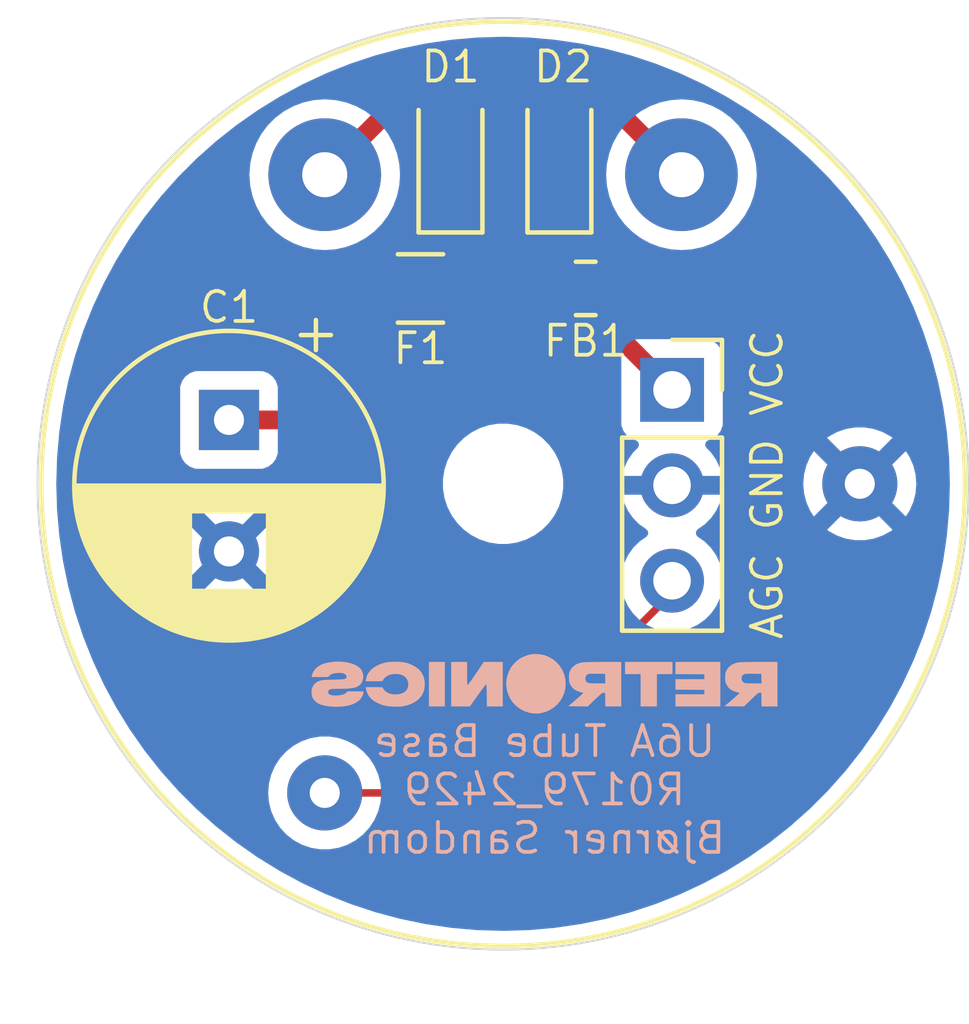
<source format=kicad_pcb>
(kicad_pcb (version 20240108) (generator "pcbnew") (generator_version "8.0")
  (layers (0 "F.Cu" signal) (31 "B.Cu" signal) (34 "B.Paste" user) (35 "F.Paste" user) (36 "B.SilkS" user "B.Silkscreen") (37 "F.SilkS" user "F.Silkscreen") (38 "B.Mask" user) (39 "F.Mask" user) (44 "Edge.Cuts" user))
  (net 0 "")
  (net 1 "AGC")
  (net 2 "H2")
  (net 3 "H1")
  (net 4 "GND")
  (net 5 "VCC")
  (net 6 "Net-(D1-K)")
  (net 7 "Net-(F1-Pad2)")
  (footprint "Retronics_Passives:CP_Radial_D8.0mm_P3.50mm_H21mm" (layer "F.Cu") (at 83.3 75.2 -90)
    (property "Reference" "C1" (at -3 0 0) (layer "F.SilkS") (effects (font (size 0.8 0.8) (thickness 0.1))))
    (property "Value" "1000µF 16V")
    (fp_line (start 2.471 1.04) (end 2.471 4.017) (stroke (width 0.12)) (layer "F.SilkS"))
    (fp_line (start 2.511 1.04) (end 2.511 4.01) (stroke (width 0.12)) (layer "F.SilkS"))
    (fp_line (start 2.551 1.04) (end 2.551 4.002) (stroke (width 0.12)) (layer "F.SilkS"))
    (fp_line (start 2.591 1.04) (end 2.591 3.994) (stroke (width 0.12)) (layer "F.SilkS"))
    (fp_line (start 2.631 1.04) (end 2.631 3.985) (stroke (width 0.12)) (layer "F.SilkS"))
    (fp_line (start 2.671 1.04) (end 2.671 3.976) (stroke (width 0.12)) (layer "F.SilkS"))
    (fp_line (start 2.711 1.04) (end 2.711 3.967) (stroke (width 0.12)) (layer "F.SilkS"))
    (fp_line (start 2.751 1.04) (end 2.751 3.957) (stroke (width 0.12)) (layer "F.SilkS"))
    (fp_line (start 2.791 1.04) (end 2.791 3.947) (stroke (width 0.12)) (layer "F.SilkS"))
    (fp_line (start 2.831 1.04) (end 2.831 3.936) (stroke (width 0.12)) (layer "F.SilkS"))
    (fp_line (start 2.871 1.04) (end 2.871 3.925) (stroke (width 0.12)) (layer "F.SilkS"))
    (fp_line (start 2.911 1.04) (end 2.911 3.914) (stroke (width 0.12)) (layer "F.SilkS"))
    (fp_line (start 2.951 1.04) (end 2.951 3.902) (stroke (width 0.12)) (layer "F.SilkS"))
    (fp_line (start 2.991 1.04) (end 2.991 3.889) (stroke (width 0.12)) (layer "F.SilkS"))
    (fp_line (start 3.031 1.04) (end 3.031 3.877) (stroke (width 0.12)) (layer "F.SilkS"))
    (fp_line (start 3.071 1.04) (end 3.071 3.863) (stroke (width 0.12)) (layer "F.SilkS"))
    (fp_line (start 3.111 1.04) (end 3.111 3.85) (stroke (width 0.12)) (layer "F.SilkS"))
    (fp_line (start 3.151 1.04) (end 3.151 3.835) (stroke (width 0.12)) (layer "F.SilkS"))
    (fp_line (start 3.191 1.04) (end 3.191 3.821) (stroke (width 0.12)) (layer "F.SilkS"))
    (fp_line (start 3.231 1.04) (end 3.231 3.805) (stroke (width 0.12)) (layer "F.SilkS"))
    (fp_line (start 3.271 1.04) (end 3.271 3.79) (stroke (width 0.12)) (layer "F.SilkS"))
    (fp_line (start 3.311 1.04) (end 3.311 3.774) (stroke (width 0.12)) (layer "F.SilkS"))
    (fp_line (start 3.351 1.04) (end 3.351 3.757) (stroke (width 0.12)) (layer "F.SilkS"))
    (fp_line (start 3.391 1.04) (end 3.391 3.74) (stroke (width 0.12)) (layer "F.SilkS"))
    (fp_line (start 3.431 1.04) (end 3.431 3.722) (stroke (width 0.12)) (layer "F.SilkS"))
    (fp_line (start 3.471 1.04) (end 3.471 3.704) (stroke (width 0.12)) (layer "F.SilkS"))
    (fp_line (start 3.511 1.04) (end 3.511 3.686) (stroke (width 0.12)) (layer "F.SilkS"))
    (fp_line (start 3.551 1.04) (end 3.551 3.666) (stroke (width 0.12)) (layer "F.SilkS"))
    (fp_line (start 3.591 1.04) (end 3.591 3.647) (stroke (width 0.12)) (layer "F.SilkS"))
    (fp_line (start 3.631 1.04) (end 3.631 3.627) (stroke (width 0.12)) (layer "F.SilkS"))
    (fp_line (start 3.671 1.04) (end 3.671 3.606) (stroke (width 0.12)) (layer "F.SilkS"))
    (fp_line (start 3.711 1.04) (end 3.711 3.584) (stroke (width 0.12)) (layer "F.SilkS"))
    (fp_line (start 3.751 1.04) (end 3.751 3.562) (stroke (width 0.12)) (layer "F.SilkS"))
    (fp_line (start 3.791 1.04) (end 3.791 3.54) (stroke (width 0.12)) (layer "F.SilkS"))
    (fp_line (start 3.831 1.04) (end 3.831 3.517) (stroke (width 0.12)) (layer "F.SilkS"))
    (fp_line (start 3.871 1.04) (end 3.871 3.493) (stroke (width 0.12)) (layer "F.SilkS"))
    (fp_line (start 3.911 1.04) (end 3.911 3.469) (stroke (width 0.12)) (layer "F.SilkS"))
    (fp_line (start 3.951 1.04) (end 3.951 3.444) (stroke (width 0.12)) (layer "F.SilkS"))
    (fp_line (start 3.991 1.04) (end 3.991 3.418) (stroke (width 0.12)) (layer "F.SilkS"))
    (fp_line (start 4.031 1.04) (end 4.031 3.392) (stroke (width 0.12)) (layer "F.SilkS"))
    (fp_line (start 4.071 1.04) (end 4.071 3.365) (stroke (width 0.12)) (layer "F.SilkS"))
    (fp_line (start 4.111 1.04) (end 4.111 3.338) (stroke (width 0.12)) (layer "F.SilkS"))
    (fp_line (start 4.151 1.04) (end 4.151 3.309) (stroke (width 0.12)) (layer "F.SilkS"))
    (fp_line (start 4.191 1.04) (end 4.191 3.28) (stroke (width 0.12)) (layer "F.SilkS"))
    (fp_line (start 4.231 1.04) (end 4.231 3.25) (stroke (width 0.12)) (layer "F.SilkS"))
    (fp_line (start 4.271 1.04) (end 4.271 3.22) (stroke (width 0.12)) (layer "F.SilkS"))
    (fp_line (start 4.311 1.04) (end 4.311 3.189) (stroke (width 0.12)) (layer "F.SilkS"))
    (fp_line (start 4.351 1.04) (end 4.351 3.156) (stroke (width 0.12)) (layer "F.SilkS"))
    (fp_line (start 4.391 1.04) (end 4.391 3.124) (stroke (width 0.12)) (layer "F.SilkS"))
    (fp_line (start 4.431 1.04) (end 4.431 3.09) (stroke (width 0.12)) (layer "F.SilkS"))
    (fp_line (start 4.471 1.04) (end 4.471 3.055) (stroke (width 0.12)) (layer "F.SilkS"))
    (fp_line (start 4.511 1.04) (end 4.511 3.019) (stroke (width 0.12)) (layer "F.SilkS"))
    (fp_line (start 5.831 -0.533) (end 5.831 0.533) (stroke (width 0.12)) (layer "F.SilkS"))
    (fp_line (start 5.791 -0.768) (end 5.791 0.768) (stroke (width 0.12)) (layer "F.SilkS"))
    (fp_line (start 5.751 -0.948) (end 5.751 0.948) (stroke (width 0.12)) (layer "F.SilkS"))
    (fp_line (start 5.711 -1.098) (end 5.711 1.098) (stroke (width 0.12)) (layer "F.SilkS"))
    (fp_line (start 5.671 -1.229) (end 5.671 1.229) (stroke (width 0.12)) (layer "F.SilkS"))
    (fp_line (start 5.631 -1.346) (end 5.631 1.346) (stroke (width 0.12)) (layer "F.SilkS"))
    (fp_line (start 5.591 -1.453) (end 5.591 1.453) (stroke (width 0.12)) (layer "F.SilkS"))
    (fp_line (start 5.551 -1.552) (end 5.551 1.552) (stroke (width 0.12)) (layer "F.SilkS"))
    (fp_line (start 5.511 -1.645) (end 5.511 1.645) (stroke (width 0.12)) (layer "F.SilkS"))
    (fp_line (start 5.471 -1.731) (end 5.471 1.731) (stroke (width 0.12)) (layer "F.SilkS"))
    (fp_line (start 5.431 -1.813) (end 5.431 1.813) (stroke (width 0.12)) (layer "F.SilkS"))
    (fp_line (start 5.391 -1.89) (end 5.391 1.89) (stroke (width 0.12)) (layer "F.SilkS"))
    (fp_line (start 5.351 -1.964) (end 5.351 1.964) (stroke (width 0.12)) (layer "F.SilkS"))
    (fp_line (start 5.311 -2.034) (end 5.311 2.034) (stroke (width 0.12)) (layer "F.SilkS"))
    (fp_line (start 5.271 -2.102) (end 5.271 2.102) (stroke (width 0.12)) (layer "F.SilkS"))
    (fp_line (start 5.231 -2.166) (end 5.231 2.166) (stroke (width 0.12)) (layer "F.SilkS"))
    (fp_line (start 5.191 -2.228) (end 5.191 2.228) (stroke (width 0.12)) (layer "F.SilkS"))
    (fp_line (start 5.151 -2.287) (end 5.151 2.287) (stroke (width 0.12)) (layer "F.SilkS"))
    (fp_line (start -2.659698 -2.315) (end -1.859698 -2.315) (stroke (width 0.12)) (layer "F.SilkS"))
    (fp_line (start 5.111 -2.345) (end 5.111 2.345) (stroke (width 0.12)) (layer "F.SilkS"))
    (fp_line (start 5.071 -2.4) (end 5.071 2.4) (stroke (width 0.12)) (layer "F.SilkS"))
    (fp_line (start 5.031 -2.454) (end 5.031 2.454) (stroke (width 0.12)) (layer "F.SilkS"))
    (fp_line (start 4.991 -2.505) (end 4.991 2.505) (stroke (width 0.12)) (layer "F.SilkS"))
    (fp_line (start 4.951 -2.556) (end 4.951 2.556) (stroke (width 0.12)) (layer "F.SilkS"))
    (fp_line (start 4.911 -2.604) (end 4.911 2.604) (stroke (width 0.12)) (layer "F.SilkS"))
    (fp_line (start 4.871 -2.651) (end 4.871 2.651) (stroke (width 0.12)) (layer "F.SilkS"))
    (fp_line (start 4.831 -2.697) (end 4.831 2.697) (stroke (width 0.12)) (layer "F.SilkS"))
    (fp_line (start -2.259698 -2.715) (end -2.259698 -1.915) (stroke (width 0.12)) (layer "F.SilkS"))
    (fp_line (start 4.791 -2.741) (end 4.791 2.741) (stroke (width 0.12)) (layer "F.SilkS"))
    (fp_line (start 4.751 -2.784) (end 4.751 2.784) (stroke (width 0.12)) (layer "F.SilkS"))
    (fp_line (start 4.711 -2.826) (end 4.711 2.826) (stroke (width 0.12)) (layer "F.SilkS"))
    (fp_line (start 4.671 -2.867) (end 4.671 2.867) (stroke (width 0.12)) (layer "F.SilkS"))
    (fp_line (start 4.631 -2.907) (end 4.631 2.907) (stroke (width 0.12)) (layer "F.SilkS"))
    (fp_line (start 4.591 -2.945) (end 4.591 2.945) (stroke (width 0.12)) (layer "F.SilkS"))
    (fp_line (start 4.551 -2.983) (end 4.551 2.983) (stroke (width 0.12)) (layer "F.SilkS"))
    (fp_line (start 4.511 -3.019) (end 4.511 -1.04) (stroke (width 0.12)) (layer "F.SilkS"))
    (fp_line (start 4.471 -3.055) (end 4.471 -1.04) (stroke (width 0.12)) (layer "F.SilkS"))
    (fp_line (start 4.431 -3.09) (end 4.431 -1.04) (stroke (width 0.12)) (layer "F.SilkS"))
    (fp_line (start 4.391 -3.124) (end 4.391 -1.04) (stroke (width 0.12)) (layer "F.SilkS"))
    (fp_line (start 4.351 -3.156) (end 4.351 -1.04) (stroke (width 0.12)) (layer "F.SilkS"))
    (fp_line (start 4.311 -3.189) (end 4.311 -1.04) (stroke (width 0.12)) (layer "F.SilkS"))
    (fp_line (start 4.271 -3.22) (end 4.271 -1.04) (stroke (width 0.12)) (layer "F.SilkS"))
    (fp_line (start 4.231 -3.25) (end 4.231 -1.04) (stroke (width 0.12)) (layer "F.SilkS"))
    (fp_line (start 4.191 -3.28) (end 4.191 -1.04) (stroke (width 0.12)) (layer "F.SilkS"))
    (fp_line (start 4.151 -3.309) (end 4.151 -1.04) (stroke (width 0.12)) (layer "F.SilkS"))
    (fp_line (start 4.111 -3.338) (end 4.111 -1.04) (stroke (width 0.12)) (layer "F.SilkS"))
    (fp_line (start 4.071 -3.365) (end 4.071 -1.04) (stroke (width 0.12)) (layer "F.SilkS"))
    (fp_line (start 4.031 -3.392) (end 4.031 -1.04) (stroke (width 0.12)) (layer "F.SilkS"))
    (fp_line (start 3.991 -3.418) (end 3.991 -1.04) (stroke (width 0.12)) (layer "F.SilkS"))
    (fp_line (start 3.951 -3.444) (end 3.951 -1.04) (stroke (width 0.12)) (layer "F.SilkS"))
    (fp_line (start 3.911 -3.469) (end 3.911 -1.04) (stroke (width 0.12)) (layer "F.SilkS"))
    (fp_line (start 3.871 -3.493) (end 3.871 -1.04) (stroke (width 0.12)) (layer "F.SilkS"))
    (fp_line (start 3.831 -3.517) (end 3.831 -1.04) (stroke (width 0.12)) (layer "F.SilkS"))
    (fp_line (start 3.791 -3.54) (end 3.791 -1.04) (stroke (width 0.12)) (layer "F.SilkS"))
    (fp_line (start 3.751 -3.562) (end 3.751 -1.04) (stroke (width 0.12)) (layer "F.SilkS"))
    (fp_line (start 3.711 -3.584) (end 3.711 -1.04) (stroke (width 0.12)) (layer "F.SilkS"))
    (fp_line (start 3.671 -3.606) (end 3.671 -1.04) (stroke (width 0.12)) (layer "F.SilkS"))
    (fp_line (start 3.631 -3.627) (end 3.631 -1.04) (stroke (width 0.12)) (layer "F.SilkS"))
    (fp_line (start 3.591 -3.647) (end 3.591 -1.04) (stroke (width 0.12)) (layer "F.SilkS"))
    (fp_line (start 3.551 -3.666) (end 3.551 -1.04) (stroke (width 0.12)) (layer "F.SilkS"))
    (fp_line (start 3.511 -3.686) (end 3.511 -1.04) (stroke (width 0.12)) (layer "F.SilkS"))
    (fp_line (start 3.471 -3.704) (end 3.471 -1.04) (stroke (width 0.12)) (layer "F.SilkS"))
    (fp_line (start 3.431 -3.722) (end 3.431 -1.04) (stroke (width 0.12)) (layer "F.SilkS"))
    (fp_line (start 3.391 -3.74) (end 3.391 -1.04) (stroke (width 0.12)) (layer "F.SilkS"))
    (fp_line (start 3.351 -3.757) (end 3.351 -1.04) (stroke (width 0.12)) (layer "F.SilkS"))
    (fp_line (start 3.311 -3.774) (end 3.311 -1.04) (stroke (width 0.12)) (layer "F.SilkS"))
    (fp_line (start 3.271 -3.79) (end 3.271 -1.04) (stroke (width 0.12)) (layer "F.SilkS"))
    (fp_line (start 3.231 -3.805) (end 3.231 -1.04) (stroke (width 0.12)) (layer "F.SilkS"))
    (fp_line (start 3.191 -3.821) (end 3.191 -1.04) (stroke (width 0.12)) (layer "F.SilkS"))
    (fp_line (start 3.151 -3.835) (end 3.151 -1.04) (stroke (width 0.12)) (layer "F.SilkS"))
    (fp_line (start 3.111 -3.85) (end 3.111 -1.04) (stroke (width 0.12)) (layer "F.SilkS"))
    (fp_line (start 3.071 -3.863) (end 3.071 -1.04) (stroke (width 0.12)) (layer "F.SilkS"))
    (fp_line (start 3.031 -3.877) (end 3.031 -1.04) (stroke (width 0.12)) (layer "F.SilkS"))
    (fp_line (start 2.991 -3.889) (end 2.991 -1.04) (stroke (width 0.12)) (layer "F.SilkS"))
    (fp_line (start 2.951 -3.902) (end 2.951 -1.04) (stroke (width 0.12)) (layer "F.SilkS"))
    (fp_line (start 2.911 -3.914) (end 2.911 -1.04) (stroke (width 0.12)) (layer "F.SilkS"))
    (fp_line (start 2.871 -3.925) (end 2.871 -1.04) (stroke (width 0.12)) (layer "F.SilkS"))
    (fp_line (start 2.831 -3.936) (end 2.831 -1.04) (stroke (width 0.12)) (layer "F.SilkS"))
    (fp_line (start 2.791 -3.947) (end 2.791 -1.04) (stroke (width 0.12)) (layer "F.SilkS"))
    (fp_line (start 2.751 -3.957) (end 2.751 -1.04) (stroke (width 0.12)) (layer "F.SilkS"))
    (fp_line (start 2.711 -3.967) (end 2.711 -1.04) (stroke (width 0.12)) (layer "F.SilkS"))
    (fp_line (start 2.671 -3.976) (end 2.671 -1.04) (stroke (width 0.12)) (layer "F.SilkS"))
    (fp_line (start 2.631 -3.985) (end 2.631 -1.04) (stroke (width 0.12)) (layer "F.SilkS"))
    (fp_line (start 2.591 -3.994) (end 2.591 -1.04) (stroke (width 0.12)) (layer "F.SilkS"))
    (fp_line (start 2.551 -4.002) (end 2.551 -1.04) (stroke (width 0.12)) (layer "F.SilkS"))
    (fp_line (start 2.511 -4.01) (end 2.511 -1.04) (stroke (width 0.12)) (layer "F.SilkS"))
    (fp_line (start 2.471 -4.017) (end 2.471 -1.04) (stroke (width 0.12)) (layer "F.SilkS"))
    (fp_line (start 2.43 -4.024) (end 2.43 4.024) (stroke (width 0.12)) (layer "F.SilkS"))
    (fp_line (start 2.39 -4.03) (end 2.39 4.03) (stroke (width 0.12)) (layer "F.SilkS"))
    (fp_line (start 2.35 -4.037) (end 2.35 4.037) (stroke (width 0.12)) (layer "F.SilkS"))
    (fp_line (start 2.31 -4.042) (end 2.31 4.042) (stroke (width 0.12)) (layer "F.SilkS"))
    (fp_line (start 2.27 -4.048) (end 2.27 4.048) (stroke (width 0.12)) (layer "F.SilkS"))
    (fp_line (start 2.23 -4.052) (end 2.23 4.052) (stroke (width 0.12)) (layer "F.SilkS"))
    (fp_line (start 2.19 -4.057) (end 2.19 4.057) (stroke (width 0.12)) (layer "F.SilkS"))
    (fp_line (start 2.15 -4.061) (end 2.15 4.061) (stroke (width 0.12)) (layer "F.SilkS"))
    (fp_line (start 2.11 -4.065) (end 2.11 4.065) (stroke (width 0.12)) (layer "F.SilkS"))
    (fp_line (start 2.07 -4.068) (end 2.07 4.068) (stroke (width 0.12)) (layer "F.SilkS"))
    (fp_line (start 2.03 -4.071) (end 2.03 4.071) (stroke (width 0.12)) (layer "F.SilkS"))
    (fp_line (start 1.99 -4.074) (end 1.99 4.074) (stroke (width 0.12)) (layer "F.SilkS"))
    (fp_line (start 1.95 -4.076) (end 1.95 4.076) (stroke (width 0.12)) (layer "F.SilkS"))
    (fp_line (start 1.91 -4.077) (end 1.91 4.077) (stroke (width 0.12)) (layer "F.SilkS"))
    (fp_line (start 1.87 -4.079) (end 1.87 4.079) (stroke (width 0.12)) (layer "F.SilkS"))
    (fp_line (start 1.75 -4.08) (end 1.75 4.08) (stroke (width 0.12)) (layer "F.SilkS"))
    (fp_line (start 1.79 -4.08) (end 1.79 4.08) (stroke (width 0.12)) (layer "F.SilkS"))
    (fp_line (start 1.83 -4.08) (end 1.83 4.08) (stroke (width 0.12)) (layer "F.SilkS"))
    (fp_circle (center 1.75 0) (end 5.87 0) (stroke (width 0.12)) (fill none) (layer "F.SilkS"))
    (pad "1" thru_hole rect (at 0 0 270) (size 1.6 1.6) (drill 0.8) (layers "*.Cu" "*.Mask") (net 5 "VCC"))
    (pad "2" thru_hole circle (at 3.5 0 270) (size 1.6 1.6) (drill 0.8) (layers "*.Cu" "*.Mask") (net 4 "GND"))
  )
  (footprint "Retronics_Connectors:U6A_Base" (layer "F.Cu") (at 90.6 76.9)
    (property "Reference" "J1" (hide yes))
    (property "Value" "U6A Base")
    (fp_circle (center 0 0) (end 12.3 0) (stroke (width 0.12)) (fill none) (layer "F.SilkS"))
    (pad "1" thru_hole circle (at -4.749999 -8.227241) (size 3 3) (drill 1.2) (layers "*.Cu" "*.Mask") (net 3 "H1"))
    (pad "3" thru_hole oval (at -4.749999 8.227241) (size 2 2) (drill 0.8) (layers "*.Cu" "*.Mask") (net 1 "AGC"))
    (pad "5" thru_hole oval (at 9.5 0) (size 2 2) (drill 0.8) (layers "*.Cu" "*.Mask") (net 4 "GND"))
    (pad "6" thru_hole circle (at 4.75 -8.227241) (size 3 3) (drill 1.2) (layers "*.Cu" "*.Mask") (net 2 "H2"))
  )
  (footprint "Retronics_Discrete:D_SOD-323_HandSoldering" (layer "F.Cu") (at 92.1 68.2 90)
    (property "Reference" "D2" (at 2.4 0.1 0) (layer "F.SilkS") (effects (font (size 0.8 0.8) (thickness 0.1))))
    (property "Value" "1N5819WS")
    (fp_line (start -2.01 -0.85) (end 1.25 -0.85) (stroke (width 0.12)) (layer "F.SilkS"))
    (fp_line (start -2.01 -0.85) (end -2.01 0.85) (stroke (width 0.12)) (layer "F.SilkS"))
    (fp_line (start -2.01 0.85) (end 1.25 0.85) (stroke (width 0.12)) (layer "F.SilkS"))
    (pad "1" smd roundrect (at -1.25 0 90) (size 1 1) (layers "F.Cu" "F.Paste" "F.Mask") (net 6 "Net-(D1-K)"))
    (pad "2" smd roundrect (at 1.25 0 90) (size 1 1) (layers "F.Cu" "F.Paste" "F.Mask") (net 2 "H2"))
  )
  (footprint "Retronics_Discrete:D_SOD-323_HandSoldering" (layer "F.Cu") (at 89.2 68.2 90)
    (property "Reference" "D1" (at 2.4 0 0) (layer "F.SilkS") (effects (font (size 0.8 0.8) (thickness 0.1))))
    (property "Value" "1N5819WS")
    (fp_line (start -2.01 -0.85) (end 1.25 -0.85) (stroke (width 0.12)) (layer "F.SilkS"))
    (fp_line (start -2.01 -0.85) (end -2.01 0.85) (stroke (width 0.12)) (layer "F.SilkS"))
    (fp_line (start -2.01 0.85) (end 1.25 0.85) (stroke (width 0.12)) (layer "F.SilkS"))
    (pad "1" smd roundrect (at -1.25 0 90) (size 1 1) (layers "F.Cu" "F.Paste" "F.Mask") (net 6 "Net-(D1-K)"))
    (pad "2" smd roundrect (at 1.25 0 90) (size 1 1) (layers "F.Cu" "F.Paste" "F.Mask") (net 3 "H1"))
  )
  (footprint "Retronics_Passives:Fuse_1206_3216Metric" (layer "F.Cu") (at 88.4 71.7)
    (property "Reference" "F1" (at 0 1.6 180) (layer "F.SilkS") (effects (font (size 0.8 0.8) (thickness 0.1))))
    (property "Value" "T1A")
    (fp_line (start -0.602064 -0.91) (end 0.602064 -0.91) (stroke (width 0.12)) (layer "F.SilkS"))
    (fp_line (start -0.602064 0.91) (end 0.602064 0.91) (stroke (width 0.12)) (layer "F.SilkS"))
    (pad "1" smd roundrect (at -1.4 0) (size 1.25 1.75) (layers "F.Cu" "F.Paste" "F.Mask") (roundrect_rratio 0.2) (net 6 "Net-(D1-K)"))
    (pad "2" smd roundrect (at 1.4 0) (size 1.25 1.75) (layers "F.Cu" "F.Paste" "F.Mask") (roundrect_rratio 0.2) (net 7 "Net-(F1-Pad2)"))
  )
  (footprint "Retronics_Passives:L_0805_2012Metric_Pad1.15x1.40mm_HandSolder" (layer "F.Cu") (at 92.8 71.7)
    (property "Reference" "FB1" (at 0 1.4 0) (layer "F.SilkS") (effects (font (size 0.8 0.8) (thickness 0.1))))
    (property "Value" "330Ω@100MHz")
    (fp_line (start -0.261252 -0.71) (end 0.261252 -0.71) (stroke (width 0.12)) (layer "F.SilkS"))
    (fp_line (start -0.261252 0.71) (end 0.261252 0.71) (stroke (width 0.12)) (layer "F.SilkS"))
    (pad "1" smd roundrect (at -1.025 0) (size 1.15 1.4) (layers "F.Cu" "F.Paste" "F.Mask") (roundrect_rratio 0.217391) (net 7 "Net-(F1-Pad2)"))
    (pad "2" smd roundrect (at 1.025 0) (size 1.15 1.4) (layers "F.Cu" "F.Paste" "F.Mask") (roundrect_rratio 0.217391) (net 5 "VCC"))
  )
  (footprint "Retronics_Connectors:PinSocket_1x03_P2.54mm_Vertical" (layer "F.Cu") (at 95.1 74.4)
    (property "Reference" "J2" (hide yes))
    (property "Value" "Pin header")
    (fp_line (start -1.33 1.27) (end -1.33 6.41) (stroke (width 0.12)) (layer "F.SilkS"))
    (fp_line (start -1.33 1.27) (end 1.33 1.27) (stroke (width 0.12)) (layer "F.SilkS"))
    (fp_line (start -1.33 6.41) (end 1.33 6.41) (stroke (width 0.12)) (layer "F.SilkS"))
    (fp_line (start 0 -1.33) (end 1.33 -1.33) (stroke (width 0.12)) (layer "F.SilkS"))
    (fp_line (start 1.33 -1.33) (end 1.33 0) (stroke (width 0.12)) (layer "F.SilkS"))
    (fp_line (start 1.33 1.27) (end 1.33 6.41) (stroke (width 0.12)) (layer "F.SilkS"))
    (pad "1" thru_hole rect (at 0 0) (size 1.7 1.7) (drill 1) (layers "*.Cu" "*.Mask") (net 5 "VCC"))
    (pad "2" thru_hole oval (at 0 2.54) (size 1.7 1.7) (drill 1) (layers "*.Cu" "*.Mask") (net 4 "GND"))
    (pad "3" thru_hole oval (at 0 5.08) (size 1.7 1.7) (drill 1) (layers "*.Cu" "*.Mask") (net 1 "AGC"))
  )
  (footprint "MountingHole:MountingHole_2.7mm_M2.5" (layer "F.Cu") (at 90.6 76.9)
    (property "Reference" "H1" (hide yes))
    (property "Value" "MountingHole")
    (pad "" np_thru_hole circle (at 0 0) (size 2.7 2.7) (drill 2.7) (layers "*.Cu" "*.Mask"))
  )
  (footprint "Icons_Graphics:retronics_logo_14mm" (layer "B.Cu") (at 91.7 82.2 180)
    (property "Reference" "G***" (hide yes))
    (property "Value" "LOGO" (hide yes))
    (fp_poly (pts (xy 3.075737 -0.626332) (xy 2.650726 -0.626332) (xy 2.650726 0.559225) (xy 3.075737 0.559225)) (fill solid) (layer "B.SilkS"))
    (fp_poly (pts (xy -2.147424 0.234875) (xy -2.561251 0.234875) (xy -2.561251 -0.626332) (xy -2.997446 -0.626332) (xy -2.997446 0.234875) (xy -3.411273 0.234875) (xy -3.411273 0.559225) (xy -2.147424 0.559225)) (fill solid) (layer "B.SilkS"))
    (fp_poly (pts (xy -3.489564 0.235169) (xy -3.872634 0.232226) (xy -4.255703 0.229283) (xy -4.262411 0.100661) (xy -3.489564 0.100661) (xy -3.489564 -0.178658) (xy -3.872634 -0.181601) (xy -4.255703 -0.184544) (xy -4.259083 -0.243262) (xy -4.262464 -0.301981) (xy -3.489564 -0.301981) (xy -3.489564 -0.626332) (xy -4.686306 -0.626332) (xy -4.686306 0.559225) (xy -3.489564 0.559225)) (fill solid) (layer "B.SilkS"))
    (fp_poly (pts (xy 2.482959 -0.626332) (xy 2.234104 -0.626061) (xy 1.985248 -0.62579) (xy 1.773232 -0.329508) (xy 1.72178 -0.258205) (xy 1.674126 -0.193305) (xy 1.631884 -0.13692) (xy 1.596672 -0.091163) (xy 1.570106 -0.058147) (xy 1.553801 -0.039984) (xy 1.549542 -0.037113) (xy 1.545434 -0.049662) (xy 1.54191 -0.084007) (xy 1.538998 -0.139585) (xy 1.536727 -0.21583) (xy 1.535123 -0.312177) (xy 1.534887 -0.333665) (xy 1.531905 -0.626332) (xy 1.107265 -0.626332) (xy 1.107265 0.559225) (xy 1.361713 0.558961) (xy 1.61616 0.558696) (xy 1.823073 0.25158) (xy 1.873029 0.178031) (xy 1.919479 0.110788) (xy 1.96086 0.052026) (xy 1.995609 0.003919) (xy 2.022161 -0.031356) (xy 2.038955 -0.051626) (xy 2.043967 -0.055729) (xy 2.048295 -0.050927) (xy 2.051697 -0.035077) (xy 2.054261 -0.00621) (xy 2.056078 0.037641) (xy 2.057236 0.098443) (xy 2.057825 0.178166) (xy 2.057948 0.251652) (xy 2.057948 0.559225) (xy 2.482959 0.559225)) (fill solid) (layer "B.SilkS"))
    (fp_poly (pts (xy 0.308238 0.767339) (xy 0.386893 0.755606) (xy 0.437524 0.741689) (xy 0.497781 0.72075) (xy 0.55762 0.696408) (xy 0.581049 0.685638) (xy 0.632714 0.659367) (xy 0.674606 0.633782) (xy 0.713581 0.603884) (xy 0.756495 0.564672) (xy 0.783822 0.537763) (xy 0.830169 0.48985) (xy 0.864494 0.449592) (xy 0.891795 0.410132) (xy 0.917074 0.364614) (xy 0.931696 0.334991) (xy 0.975414 0.231291) (xy 1.002701 0.133519) (xy 1.015112 0.034302) (xy 1.014965 -0.060004) (xy 0.997762 -0.19148) (xy 0.960581 -0.315089) (xy 0.904933 -0.429092) (xy 0.832332 -0.531748) (xy 0.74429 -0.621315) (xy 0.642318 -0.696053) (xy 0.527929 -0.75422) (xy 0.402635 -0.794077) (xy 0.37161 -0.800629) (xy 0.306832 -0.809678) (xy 0.235839 -0.814219) (xy 0.16791 -0.813969) (xy 0.112323 -0.808645) (xy 0.111845 -0.808563) (xy -0.021371 -0.774817) (xy -0.143963 -0.722282) (xy -0.254434 -0.652049) (xy -0.351285 -0.56521) (xy -0.433015 -0.462855) (xy -0.484725 -0.374111) (xy -0.53325 -0.253816) (xy -0.5608 -0.130999) (xy -0.56828 -0.007801) (xy -0.556592 0.113639) (xy -0.526641 0.231183) (xy -0.479329 0.34269) (xy -0.41556 0.446022) (xy -0.336238 0.539038) (xy -0.242266 0.619599) (xy -0.134548 0.685567) (xy -0.016777 0.733911) (xy 0.086992 0.758553) (xy 0.198263 0.769854)) (fill solid) (layer "B.SilkS"))
    (fp_poly (pts (xy -1.563034 0.559141) (xy -1.449663 0.558846) (xy -1.343774 0.558036) (xy -1.247766 0.556761) (xy -1.164041 0.555072) (xy -1.095 0.553018) (xy -1.043043 0.55065) (xy -1.01057 0.54802) (xy -1.006605 0.547463) (xy -0.908404 0.522415) (xy -0.823368 0.481263) (xy -0.753127 0.42513) (xy -0.699314 0.355138) (xy -0.683595 0.325318) (xy -0.669962 0.293602) (xy -0.661309 0.264295) (xy -0.656546 0.230697) (xy -0.654584 0.186105) (xy -0.654294 0.145134) (xy -0.65477 0.090742) (xy -0.657081 0.051801) (xy -0.662546 0.021399) (xy -0.672486 -0.007377) (xy -0.688221 -0.041438) (xy -0.691034 -0.047168) (xy -0.737563 -0.119645) (xy -0.798662 -0.17659) (xy -0.875614 -0.218936) (xy -0.965174 -0.246629) (xy -1.000495 -0.255423) (xy -1.025772 -0.263492) (xy -1.034345 -0.268068) (xy -1.027439 -0.276978) (xy -1.005714 -0.298221) (xy -0.971456 -0.32972) (xy -0.926954 -0.369395) (xy -0.874495 -0.415169) (xy -0.836377 -0.447923) (xy -0.634059 -0.620739) (xy -0.893895 -0.623744) (xy -1.153731 -0.626748) (xy -1.344166 -0.444792) (xy -1.405168 -0.386734) (xy -1.452505 -0.342457) (xy -1.488518 -0.310115) (xy -1.515552 -0.287866) (xy -1.535948 -0.273866) (xy -1.552049 -0.26627) (xy -1.566199 -0.263235) (xy -1.57538 -0.262835) (xy -1.616161 -0.262835) (xy -1.619234 -0.444583) (xy -1.622307 -0.626332) (xy -2.046764 -0.626332) (xy -2.046764 -0.011184) (xy -1.622486 -0.011184) (xy -1.406818 -0.011167) (xy -1.329205 -0.010886) (xy -1.270498 -0.009881) (xy -1.227238 -0.007886) (xy -1.195968 -0.004636) (xy -1.173228 0.000135) (xy -1.15556 0.006694) (xy -1.152004 0.008406) (xy -1.116997 0.037123) (xy -1.096323 0.077241) (xy -1.090199 0.122811) (xy -1.098839 0.167885) (xy -1.122459 0.206514) (xy -1.144184 0.22429) (xy -1.158227 0.231889) (xy -1.174238 0.237428) (xy -1.195654 0.241166) (xy -1.225917 0.243361) (xy -1.268464 0.244271) (xy -1.326736 0.244155) (xy -1.398063 0.243353) (xy -1.616161 0.240467) (xy -1.619323 0.114642) (xy -1.622486 -0.011184) (xy -2.046764 -0.011184) (xy -2.046764 0.559225)) (fill solid) (layer "B.SilkS"))
    (fp_poly (pts (xy -5.723668 0.559141) (xy -5.610297 0.558846) (xy -5.504408 0.558036) (xy -5.4084 0.556761) (xy -5.324675 0.555072) (xy -5.255634 0.553018) (xy -5.203677 0.55065) (xy -5.171204 0.54802) (xy -5.167239 0.547463) (xy -5.069038 0.522415) (xy -4.984002 0.481263) (xy -4.913761 0.42513) (xy -4.859948 0.355138) (xy -4.844229 0.325318) (xy -4.830596 0.293602) (xy -4.821943 0.264295) (xy -4.817181 0.230697) (xy -4.815218 0.186105) (xy -4.814928 0.145134) (xy -4.815404 0.090742) (xy -4.817715 0.051801) (xy -4.82318 0.021399) (xy -4.83312 -0.007377) (xy -4.848855 -0.041438) (xy -4.851668 -0.047168) (xy -4.898197 -0.119645) (xy -4.959296 -0.17659) (xy -5.036248 -0.218936) (xy -5.125808 -0.246629) (xy -5.161129 -0.255423) (xy -5.186406 -0.263492) (xy -5.194979 -0.268068) (xy -5.188073 -0.276978) (xy -5.166348 -0.298221) (xy -5.13209 -0.32972) (xy -5.087588 -0.369395) (xy -5.035129 -0.415169) (xy -4.997011 -0.447923) (xy -4.794693 -0.620739) (xy -5.054529 -0.623744) (xy -5.314365 -0.626748) (xy -5.5048 -0.444792) (xy -5.565802 -0.386734) (xy -5.613139 -0.342457) (xy -5.649153 -0.310115) (xy -5.676186 -0.287866) (xy -5.696582 -0.273866) (xy -5.712684 -0.26627) (xy -5.726833 -0.263235) (xy -5.736014 -0.262835) (xy -5.776795 -0.262835) (xy -5.779868 -0.444583) (xy -5.782941 -0.626332) (xy -6.207398 -0.626332) (xy -6.207398 -0.011184) (xy -5.78312 -0.011184) (xy -5.567452 -0.011167) (xy -5.489839 -0.010886) (xy -5.431132 -0.009881) (xy -5.387872 -0.007886) (xy -5.356602 -0.004636) (xy -5.333862 0.000135) (xy -5.316194 0.006694) (xy -5.312638 0.008406) (xy -5.277631 0.037123) (xy -5.256957 0.077241) (xy -5.250833 0.122811) (xy -5.259473 0.167885) (xy -5.283093 0.206514) (xy -5.304818 0.22429) (xy -5.318861 0.231889) (xy -5.334872 0.237428) (xy -5.356288 0.241166) (xy -5.386551 0.243361) (xy -5.429098 0.244271) (xy -5.48737 0.244155) (xy -5.558697 0.243353) (xy -5.776795 0.240467) (xy -5.779957 0.114642) (xy -5.78312 -0.011184) (xy -6.207398 -0.011184) (xy -6.207398 0.559225)) (fill solid) (layer "B.SilkS"))
    (fp_poly (pts (xy 4.096773 0.56052) (xy 4.17723 0.552939) (xy 4.233254 0.543427) (xy 4.351917 0.509371) (xy 4.458389 0.463119) (xy 4.551021 0.406086) (xy 4.628164 0.339687) (xy 4.688168 0.265337) (xy 4.729384 0.184452) (xy 4.749971 0.100099) (xy 4.756528 0.044738) (xy 4.532034 0.044738) (xy 4.455831 0.044829) (xy 4.39902 0.045298) (xy 4.358625 0.046442) (xy 4.33167 0.048557) (xy 4.315177 0.051941) (xy 4.306172 0.05689) (xy 4.301676 0.063701) (xy 4.300207 0.067842) (xy 4.288454 0.090271) (xy 4.267627 0.1192) (xy 4.258518 0.130075) (xy 4.204367 0.175915) (xy 4.135611 0.209929) (xy 4.056976 0.231547) (xy 3.973186 0.240197) (xy 3.888968 0.235311) (xy 3.809047 0.216317) (xy 3.752399 0.191156) (xy 3.696707 0.147942) (xy 3.656068 0.091729) (xy 3.631351 0.026811) (xy 3.623424 -0.042514) (xy 3.633155 -0.111951) (xy 3.661412 -0.177204) (xy 3.674147 -0.196015) (xy 3.718806 -0.238557) (xy 3.779362 -0.271345) (xy 3.851296 -0.293766) (xy 3.930086 -0.305203) (xy 4.011214 -0.305042) (xy 4.090159 -0.292669) (xy 4.162401 -0.267467) (xy 4.170435 -0.263536) (xy 4.215154 -0.235104) (xy 4.255996 -0.199036) (xy 4.286941 -0.161298) (xy 4.300207 -0.134948) (xy 4.303574 -0.127107) (xy 4.309982 -0.121275) (xy 4.322408 -0.117155) (xy 4.34383 -0.114451) (xy 4.377224 -0.112865) (xy 4.425568 -0.1121) (xy 4.491839 -0.11186) (xy 4.53193 -0.111845) (xy 4.756321 -0.111845) (xy 4.750829 -0.16057) (xy 4.738677 -0.213311) (xy 4.715121 -0.273949) (xy 4.683973 -0.333979) (xy 4.651799 -0.381476) (xy 4.593615 -0.440586) (xy 4.517757 -0.495523) (xy 4.42886 -0.543763) (xy 4.331557 -0.58278) (xy 4.233333 -0.609467) (xy 4.172521 -0.619069) (xy 4.097908 -0.626385) (xy 4.016503 -0.631141) (xy 3.935315 -0.633064) (xy 3.861352 -0.631879) (xy 3.801624 -0.627313) (xy 3.795885 -0.626545) (xy 3.665135 -0.59965) (xy 3.546594 -0.558326) (xy 3.441996 -0.503575) (xy 3.353075 -0.436397) (xy 3.281564 -0.357796) (xy 3.251265 -0.311763) (xy 3.212565 -0.224105) (xy 3.190275 -0.126435) (xy 3.184268 -0.023802) (xy 3.194417 0.078741) (xy 3.220594 0.176145) (xy 3.262673 0.263359) (xy 3.265878 0.268436) (xy 3.325626 0.342389) (xy 3.404242 0.409176) (xy 3.498869 0.466956) (xy 3.606649 0.513891) (xy 3.685292 0.538485) (xy 3.748216 0.550699) (xy 3.827006 0.559065) (xy 3.915482 0.563528) (xy 4.007464 0.564032)) (fill solid) (layer "B.SilkS"))
    (fp_poly (pts (xy 5.623007 0.561476) (xy 5.719382 0.549594) (xy 5.7992 0.534806) (xy 5.868227 0.515683) (xy 5.932227 0.490797) (xy 5.959308 0.478129) (xy 6.044126 0.426368) (xy 6.111507 0.363206) (xy 6.160197 0.290156) (xy 6.188942 0.208732) (xy 6.190981 0.198525) (xy 6.198702 0.156583) (xy 5.758573 0.156583) (xy 5.731376 0.188906) (xy 5.692766 0.221893) (xy 5.639361 0.24535) (xy 5.568823 0.260077) (xy 5.507287 0.265661) (xy 5.429308 0.26643) (xy 5.368775 0.258517) (xy 5.322225 0.241188) (xy 5.293064 0.220363) (xy 5.271434 0.188542) (xy 5.269362 0.154503) (xy 5.28656 0.12422) (xy 5.298148 0.114899) (xy 5.309984 0.108711) (xy 5.326345 0.103747) (xy 5.349977 0.099777) (xy 5.383626 0.096573) (xy 5.430038 0.093906) (xy 5.491959 0.091547) (xy 5.572134 0.089267) (xy 5.619702 0.08809) (xy 5.711391 0.085706) (xy 5.783952 0.083274) (xy 5.840624 0.080524) (xy 5.884648 0.077185) (xy 5.919263 0.072987) (xy 5.947709 0.067658) (xy 5.973225 0.060929) (xy 5.983707 0.057664) (xy 6.057409 0.026081) (xy 6.114167 -0.016976) (xy 6.157824 -0.074713) (xy 6.170285 -0.098092) (xy 6.187055 -0.135923) (xy 6.196467 -0.16969) (xy 6.200367 -0.208701) (xy 6.200742 -0.251651) (xy 6.196473 -0.319583) (xy 6.185664 -0.371065) (xy 6.180967 -0.383318) (xy 6.148323 -0.437285) (xy 6.101707 -0.489824) (xy 6.048517 -0.532902) (xy 6.036108 -0.540641) (xy 5.960167 -0.5756) (xy 5.866408 -0.602951) (xy 5.758199 -0.622277) (xy 5.638904 -0.633161) (xy 5.51189 -0.635184) (xy 5.380521 -0.627929) (xy 5.353776 -0.625302) (xy 5.23242 -0.605576) (xy 5.122313 -0.573754) (xy 5.026254 -0.530939) (xy 4.947042 -0.478232) (xy 4.921022 -0.454941) (xy 4.881622 -0.408387) (xy 4.849381 -0.35529) (xy 4.82787 -0.302585) (xy 4.820628 -0.260039) (xy 4.820519 -0.22369) (xy 5.246974 -0.22369) (xy 5.274367 -0.256244) (xy 5.312476 -0.287536) (xy 5.367859 -0.310538) (xy 5.441923 -0.325695) (xy 5.516627 -0.332529) (xy 5.604095 -0.333507) (xy 5.671485 -0.325564) (xy 5.719324 -0.308482) (xy 5.748139 -0.282044) (xy 5.758459 -0.246033) (xy 5.758008 -0.233124) (xy 5.750716 -0.204596) (xy 5.731323 -0.185134) (xy 5.715279 -0.176173) (xy 5.698463 -0.169255) (xy 5.677398 -0.164144) (xy 5.648671 -0.160583) (xy 5.608868 -0.158315) (xy 5.554578 -0.157081) (xy 5.482386 -0.156624) (xy 5.456049 -0.1566) (xy 5.332544 -0.155214) (xy 5.228916 -0.150749) (xy 5.142824 -0.142713) (xy 5.071924 -0.130614) (xy 5.013875 -0.113957) (xy 4.966336 -0.092253) (xy 4.926963 -0.065006) (xy 4.900603 -0.039794) (xy 4.855966 0.024351) (xy 4.829862 0.097316) (xy 4.822467 0.175136) (xy 4.833956 0.253848) (xy 4.864506 0.329489) (xy 4.882904 0.359161) (xy 4.933435 0.413947) (xy 5.002709 0.461623) (xy 5.088027 0.501452) (xy 5.186689 0.532696) (xy 5.295996 0.554617) (xy 5.413249 0.566476) (xy 5.535747 0.567537)) (fill solid) (layer "B.SilkS"))
  )
  (gr_circle (center 90.6 76.9) (end 103 76.9) (stroke (width 0.05)) (fill none) (layer "Edge.Cuts"))
  (gr_text "U6A Tube Base\nR0179_2429\nBjørner Sandom\n" (at 91.703328 86.8 0) (layer "B.SilkS") (effects (font (size 0.8 0.8) (thickness 0.1)) (justify bottom mirror)))
  (gr_text "AGC GND VCC" (at 98.1 81.1 90) (layer "F.SilkS") (effects (font (size 0.8 0.8) (thickness 0.1)) (justify left bottom)))
  (segment (start 89.777759 85.127241) (end 95.425 79.48) (width 0.2) (layer "F.Cu") (net 1))
  (segment (start 85.850001 85.127241) (end 89.777759 85.127241) (width 0.2) (layer "F.Cu") (net 1))
  (segment (start 92.1 66.95) (end 93.627241 66.95) (width 0.5) (layer "F.Cu") (net 2))
  (segment (start 93.627241 66.95) (end 95.35 68.672759) (width 0.5) (layer "F.Cu") (net 2))
  (segment (start 87.57276 66.95) (end 85.850001 68.672759) (width 0.5) (layer "F.Cu") (net 3))
  (segment (start 89.2 66.95) (end 87.57276 66.95) (width 0.5) (layer "F.Cu") (net 3))
  (segment (start 88.8 73.2) (end 93.9 73.2) (width 0.5) (layer "F.Cu") (net 5))
  (segment (start 93.825 73.125) (end 93.9 73.2) (width 0.5) (layer "F.Cu") (net 5))
  (segment (start 93.9 73.2) (end 95.1 74.4) (width 0.5) (layer "F.Cu") (net 5))
  (segment (start 83.3 75.2) (end 86.8 75.2) (width 0.5) (layer "F.Cu") (net 5))
  (segment (start 86.8 75.2) (end 88.8 73.2) (width 0.5) (layer "F.Cu") (net 5))
  (segment (start 93.825 71.7) (end 93.825 73.125) (width 0.5) (layer "F.Cu") (net 5))
  (segment (start 87 71.7) (end 87 71.65) (width 0.5) (layer "F.Cu") (net 6))
  (segment (start 92.1 69.45) (end 89.2 69.45) (width 0.5) (layer "F.Cu") (net 6))
  (segment (start 87 71.65) (end 89.2 69.45) (width 0.5) (layer "F.Cu") (net 6))
  (segment (start 91.775 71.7) (end 89.8 71.7) (width 0.5) (layer "F.Cu") (net 7))
  (zone (net 4) (net_name "GND") (layer "B.Cu") (connect_pads (clearance 0.5)) (min_thickness 0.25) (fill yes (thermal_gap 0.5) (thermal_bridge_width 0.5))
    (polygon (pts (xy 78 64.5) (xy 103 64.5) (xy 103 89.5) (xy 78 89.5)))
  )
)
</source>
